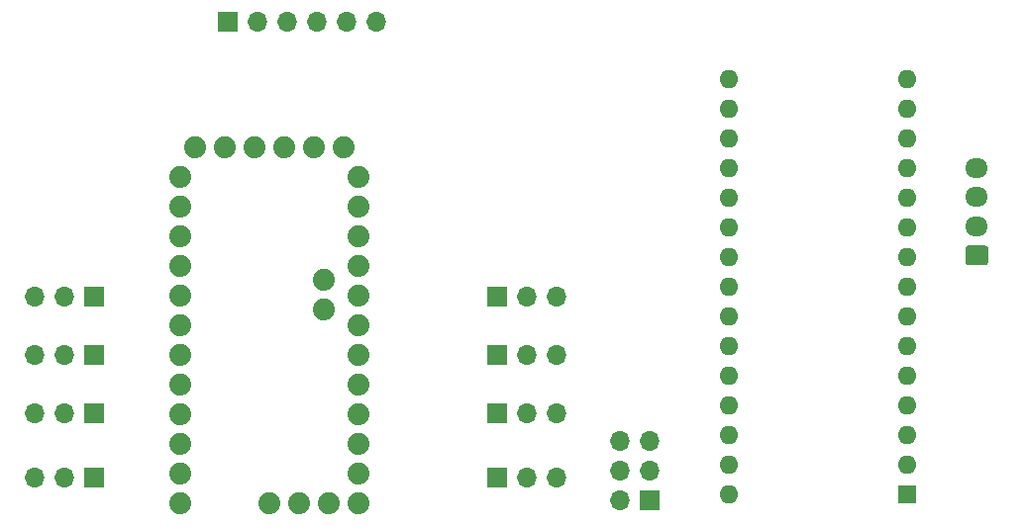
<source format=gbr>
G04 #@! TF.GenerationSoftware,KiCad,Pcbnew,5.1.10-88a1d61d58~90~ubuntu21.04.1*
G04 #@! TF.CreationDate,2021-10-08T15:30:08+02:00*
G04 #@! TF.ProjectId,BoardArduinos,426f6172-6441-4726-9475-696e6f732e6b,rev?*
G04 #@! TF.SameCoordinates,Original*
G04 #@! TF.FileFunction,Soldermask,Top*
G04 #@! TF.FilePolarity,Negative*
%FSLAX46Y46*%
G04 Gerber Fmt 4.6, Leading zero omitted, Abs format (unit mm)*
G04 Created by KiCad (PCBNEW 5.1.10-88a1d61d58~90~ubuntu21.04.1) date 2021-10-08 15:30:08*
%MOMM*%
%LPD*%
G01*
G04 APERTURE LIST*
%ADD10O,1.950000X1.700000*%
%ADD11C,1.879600*%
%ADD12O,1.700000X1.700000*%
%ADD13R,1.700000X1.700000*%
%ADD14O,1.600000X1.600000*%
%ADD15R,1.600000X1.600000*%
G04 APERTURE END LIST*
D10*
X168500000Y-57000000D03*
X168500000Y-59500000D03*
X168500000Y-62000000D03*
G36*
G01*
X169225000Y-65350000D02*
X167775000Y-65350000D01*
G75*
G02*
X167525000Y-65100000I0J250000D01*
G01*
X167525000Y-63900000D01*
G75*
G02*
X167775000Y-63650000I250000J0D01*
G01*
X169225000Y-63650000D01*
G75*
G02*
X169475000Y-63900000I0J-250000D01*
G01*
X169475000Y-65100000D01*
G75*
G02*
X169225000Y-65350000I-250000J0D01*
G01*
G37*
D11*
X108000000Y-85740000D03*
X100380000Y-57800000D03*
X100380000Y-60340000D03*
X100380000Y-62880000D03*
X100380000Y-65420000D03*
X100380000Y-67960000D03*
X100380000Y-70500000D03*
X100380000Y-73040000D03*
X100380000Y-75580000D03*
X100380000Y-78120000D03*
X100380000Y-80660000D03*
X100380000Y-83200000D03*
X100380000Y-85740000D03*
X115620000Y-85740000D03*
X115620000Y-83200000D03*
X115620000Y-80660000D03*
X115620000Y-78120000D03*
X115620000Y-75580000D03*
X115620000Y-73040000D03*
X115620000Y-70500000D03*
X115620000Y-67960000D03*
X115620000Y-65420000D03*
X115620000Y-62880000D03*
X115620000Y-60340000D03*
X115620000Y-57800000D03*
X110540000Y-85740000D03*
X113080000Y-85740000D03*
X112699000Y-66563000D03*
X112699000Y-69103000D03*
X101650000Y-55260000D03*
X104190000Y-55260000D03*
X106730000Y-55260000D03*
X109270000Y-55260000D03*
X111810000Y-55260000D03*
X114350000Y-55260000D03*
D12*
X117200000Y-44500000D03*
X114660000Y-44500000D03*
X112120000Y-44500000D03*
X109580000Y-44500000D03*
X107040000Y-44500000D03*
D13*
X104500000Y-44500000D03*
D12*
X87920000Y-83500000D03*
X90460000Y-83500000D03*
D13*
X93000000Y-83500000D03*
D12*
X87920000Y-78000000D03*
X90460000Y-78000000D03*
D13*
X93000000Y-78000000D03*
D12*
X87920000Y-73000000D03*
X90460000Y-73000000D03*
D13*
X93000000Y-73000000D03*
D12*
X87920000Y-68000000D03*
X90460000Y-68000000D03*
D13*
X93000000Y-68000000D03*
D12*
X132580000Y-73000000D03*
X130040000Y-73000000D03*
D13*
X127500000Y-73000000D03*
D12*
X132580000Y-68000000D03*
X130040000Y-68000000D03*
D13*
X127500000Y-68000000D03*
D12*
X132580000Y-78000000D03*
X130040000Y-78000000D03*
D13*
X127500000Y-78000000D03*
D12*
X132580000Y-83500000D03*
X130040000Y-83500000D03*
D13*
X127500000Y-83500000D03*
D12*
X137960000Y-80420000D03*
X140500000Y-80420000D03*
X137960000Y-82960000D03*
X140500000Y-82960000D03*
X137960000Y-85500000D03*
D13*
X140500000Y-85500000D03*
D14*
X147260000Y-49440000D03*
X162500000Y-49440000D03*
X147260000Y-85000000D03*
X162500000Y-51980000D03*
X147260000Y-82460000D03*
X162500000Y-54520000D03*
X147260000Y-79920000D03*
X162500000Y-57060000D03*
X147260000Y-77380000D03*
X162500000Y-59600000D03*
X147260000Y-74840000D03*
X162500000Y-62140000D03*
X147260000Y-72300000D03*
X162500000Y-64680000D03*
X147260000Y-69760000D03*
X162500000Y-67220000D03*
X147260000Y-67220000D03*
X162500000Y-69760000D03*
X147260000Y-64680000D03*
X162500000Y-72300000D03*
X147260000Y-62140000D03*
X162500000Y-74840000D03*
X147260000Y-59600000D03*
X162500000Y-77380000D03*
X147260000Y-57060000D03*
X162500000Y-79920000D03*
X147260000Y-54520000D03*
X162500000Y-82460000D03*
X147260000Y-51980000D03*
D15*
X162500000Y-85000000D03*
M02*

</source>
